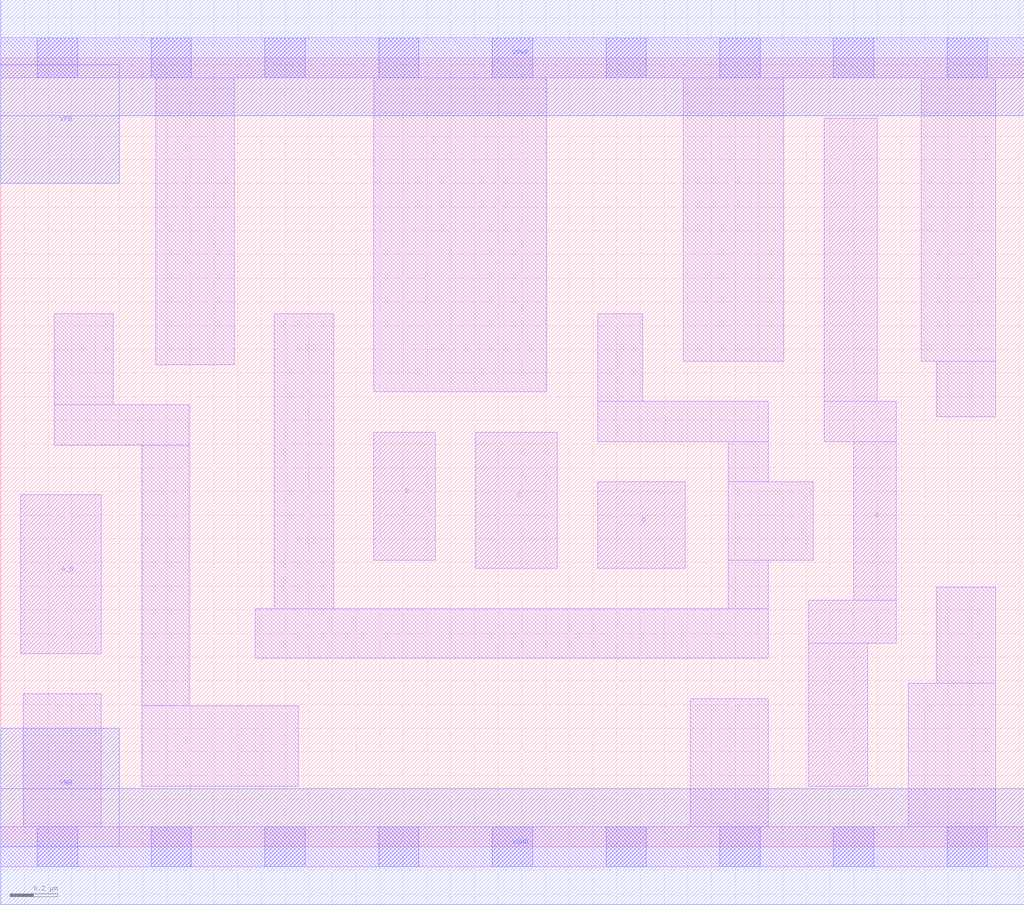
<source format=lef>
# Copyright 2020 The SkyWater PDK Authors
#
# Licensed under the Apache License, Version 2.0 (the "License");
# you may not use this file except in compliance with the License.
# You may obtain a copy of the License at
#
#     https://www.apache.org/licenses/LICENSE-2.0
#
# Unless required by applicable law or agreed to in writing, software
# distributed under the License is distributed on an "AS IS" BASIS,
# WITHOUT WARRANTIES OR CONDITIONS OF ANY KIND, either express or implied.
# See the License for the specific language governing permissions and
# limitations under the License.
#
# SPDX-License-Identifier: Apache-2.0

VERSION 5.5 ;
NAMESCASESENSITIVE ON ;
BUSBITCHARS "[]" ;
DIVIDERCHAR "/" ;
MACRO sky130_fd_sc_lp__and4b_2
  CLASS CORE ;
  SOURCE USER ;
  ORIGIN  0.000000  0.000000 ;
  SIZE  4.320000 BY  3.330000 ;
  SYMMETRY X Y R90 ;
  SITE unit ;
  PIN A_N
    ANTENNAGATEAREA  0.126000 ;
    DIRECTION INPUT ;
    USE SIGNAL ;
    PORT
      LAYER li1 ;
        RECT 0.085000 0.815000 0.425000 1.485000 ;
    END
  END A_N
  PIN B
    ANTENNAGATEAREA  0.126000 ;
    DIRECTION INPUT ;
    USE SIGNAL ;
    PORT
      LAYER li1 ;
        RECT 1.575000 1.210000 1.835000 1.750000 ;
    END
  END B
  PIN C
    ANTENNAGATEAREA  0.126000 ;
    DIRECTION INPUT ;
    USE SIGNAL ;
    PORT
      LAYER li1 ;
        RECT 2.005000 1.175000 2.350000 1.750000 ;
    END
  END C
  PIN D
    ANTENNAGATEAREA  0.126000 ;
    DIRECTION INPUT ;
    USE SIGNAL ;
    PORT
      LAYER li1 ;
        RECT 2.520000 1.175000 2.890000 1.540000 ;
    END
  END D
  PIN X
    ANTENNADIFFAREA  0.588000 ;
    DIRECTION OUTPUT ;
    USE SIGNAL ;
    PORT
      LAYER li1 ;
        RECT 3.410000 0.255000 3.660000 0.860000 ;
        RECT 3.410000 0.860000 3.780000 1.040000 ;
        RECT 3.475000 1.710000 3.780000 1.880000 ;
        RECT 3.475000 1.880000 3.700000 3.075000 ;
        RECT 3.600000 1.040000 3.780000 1.710000 ;
    END
  END X
  PIN VGND
    DIRECTION INOUT ;
    USE GROUND ;
    PORT
      LAYER met1 ;
        RECT 0.000000 -0.245000 4.320000 0.245000 ;
    END
  END VGND
  PIN VNB
    DIRECTION INOUT ;
    USE GROUND ;
    PORT
    END
  END VNB
  PIN VPB
    DIRECTION INOUT ;
    USE POWER ;
    PORT
    END
  END VPB
  PIN VNB
    DIRECTION INOUT ;
    USE GROUND ;
    PORT
      LAYER met1 ;
        RECT 0.000000 0.000000 0.500000 0.500000 ;
    END
  END VNB
  PIN VPB
    DIRECTION INOUT ;
    USE POWER ;
    PORT
      LAYER met1 ;
        RECT 0.000000 2.800000 0.500000 3.300000 ;
    END
  END VPB
  PIN VPWR
    DIRECTION INOUT ;
    USE POWER ;
    PORT
      LAYER met1 ;
        RECT 0.000000 3.085000 4.320000 3.575000 ;
    END
  END VPWR
  OBS
    LAYER li1 ;
      RECT 0.000000 -0.085000 4.320000 0.085000 ;
      RECT 0.000000  3.245000 4.320000 3.415000 ;
      RECT 0.095000  0.085000 0.425000 0.645000 ;
      RECT 0.225000  1.695000 0.795000 1.865000 ;
      RECT 0.225000  1.865000 0.475000 2.250000 ;
      RECT 0.595000  0.255000 1.255000 0.595000 ;
      RECT 0.595000  0.595000 0.795000 1.695000 ;
      RECT 0.655000  2.035000 0.985000 3.245000 ;
      RECT 1.075000  0.795000 3.240000 1.005000 ;
      RECT 1.155000  1.005000 1.405000 2.250000 ;
      RECT 1.575000  1.920000 2.305000 3.245000 ;
      RECT 2.520000  1.710000 3.240000 1.880000 ;
      RECT 2.520000  1.880000 2.710000 2.250000 ;
      RECT 2.880000  2.050000 3.305000 3.245000 ;
      RECT 2.910000  0.085000 3.240000 0.625000 ;
      RECT 3.070000  1.005000 3.240000 1.210000 ;
      RECT 3.070000  1.210000 3.430000 1.540000 ;
      RECT 3.070000  1.540000 3.240000 1.710000 ;
      RECT 3.830000  0.085000 4.200000 0.690000 ;
      RECT 3.885000  2.050000 4.200000 3.245000 ;
      RECT 3.950000  0.690000 4.200000 1.095000 ;
      RECT 3.950000  1.815000 4.200000 2.050000 ;
    LAYER mcon ;
      RECT 0.155000 -0.085000 0.325000 0.085000 ;
      RECT 0.155000  3.245000 0.325000 3.415000 ;
      RECT 0.635000 -0.085000 0.805000 0.085000 ;
      RECT 0.635000  3.245000 0.805000 3.415000 ;
      RECT 1.115000 -0.085000 1.285000 0.085000 ;
      RECT 1.115000  3.245000 1.285000 3.415000 ;
      RECT 1.595000 -0.085000 1.765000 0.085000 ;
      RECT 1.595000  3.245000 1.765000 3.415000 ;
      RECT 2.075000 -0.085000 2.245000 0.085000 ;
      RECT 2.075000  3.245000 2.245000 3.415000 ;
      RECT 2.555000 -0.085000 2.725000 0.085000 ;
      RECT 2.555000  3.245000 2.725000 3.415000 ;
      RECT 3.035000 -0.085000 3.205000 0.085000 ;
      RECT 3.035000  3.245000 3.205000 3.415000 ;
      RECT 3.515000 -0.085000 3.685000 0.085000 ;
      RECT 3.515000  3.245000 3.685000 3.415000 ;
      RECT 3.995000 -0.085000 4.165000 0.085000 ;
      RECT 3.995000  3.245000 4.165000 3.415000 ;
  END
END sky130_fd_sc_lp__and4b_2
END LIBRARY

</source>
